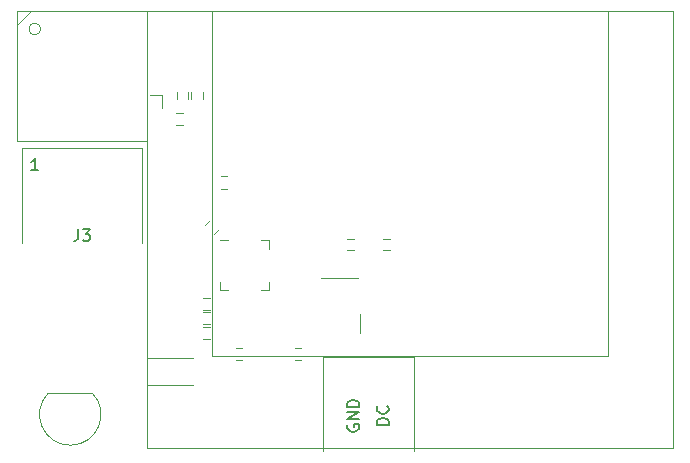
<source format=gbr>
%TF.GenerationSoftware,KiCad,Pcbnew,(6.0.2-0)*%
%TF.CreationDate,2022-02-22T08:35:35+00:00*%
%TF.ProjectId,EnvMon2,456e764d-6f6e-4322-9e6b-696361645f70,4*%
%TF.SameCoordinates,Original*%
%TF.FileFunction,Legend,Top*%
%TF.FilePolarity,Positive*%
%FSLAX46Y46*%
G04 Gerber Fmt 4.6, Leading zero omitted, Abs format (unit mm)*
G04 Created by KiCad (PCBNEW (6.0.2-0)) date 2022-02-22 08:35:35*
%MOMM*%
%LPD*%
G01*
G04 APERTURE LIST*
%ADD10C,0.150000*%
%ADD11C,0.120000*%
G04 APERTURE END LIST*
D10*
X146452380Y-111511904D02*
X145452380Y-111511904D01*
X145452380Y-111273809D01*
X145500000Y-111130952D01*
X145595238Y-111035714D01*
X145690476Y-110988095D01*
X145880952Y-110940476D01*
X146023809Y-110940476D01*
X146214285Y-110988095D01*
X146309523Y-111035714D01*
X146404761Y-111130952D01*
X146452380Y-111273809D01*
X146452380Y-111511904D01*
X146357142Y-109940476D02*
X146404761Y-109988095D01*
X146452380Y-110130952D01*
X146452380Y-110226190D01*
X146404761Y-110369047D01*
X146309523Y-110464285D01*
X146214285Y-110511904D01*
X146023809Y-110559523D01*
X145880952Y-110559523D01*
X145690476Y-110511904D01*
X145595238Y-110464285D01*
X145500000Y-110369047D01*
X145452380Y-110226190D01*
X145452380Y-110130952D01*
X145500000Y-109988095D01*
X145547619Y-109940476D01*
X143000000Y-111511904D02*
X142952380Y-111607142D01*
X142952380Y-111750000D01*
X143000000Y-111892857D01*
X143095238Y-111988095D01*
X143190476Y-112035714D01*
X143380952Y-112083333D01*
X143523809Y-112083333D01*
X143714285Y-112035714D01*
X143809523Y-111988095D01*
X143904761Y-111892857D01*
X143952380Y-111750000D01*
X143952380Y-111654761D01*
X143904761Y-111511904D01*
X143857142Y-111464285D01*
X143523809Y-111464285D01*
X143523809Y-111654761D01*
X143952380Y-111035714D02*
X142952380Y-111035714D01*
X143952380Y-110464285D01*
X142952380Y-110464285D01*
X143952380Y-109988095D02*
X142952380Y-109988095D01*
X142952380Y-109750000D01*
X143000000Y-109607142D01*
X143095238Y-109511904D01*
X143190476Y-109464285D01*
X143380952Y-109416666D01*
X143523809Y-109416666D01*
X143714285Y-109464285D01*
X143809523Y-109511904D01*
X143904761Y-109607142D01*
X143952380Y-109750000D01*
X143952380Y-109988095D01*
%TO.C,J3*%
X120166666Y-94952380D02*
X120166666Y-95666666D01*
X120119047Y-95809523D01*
X120023809Y-95904761D01*
X119880952Y-95952380D01*
X119785714Y-95952380D01*
X120547619Y-94952380D02*
X121166666Y-94952380D01*
X120833333Y-95333333D01*
X120976190Y-95333333D01*
X121071428Y-95380952D01*
X121119047Y-95428571D01*
X121166666Y-95523809D01*
X121166666Y-95761904D01*
X121119047Y-95857142D01*
X121071428Y-95904761D01*
X120976190Y-95952380D01*
X120690476Y-95952380D01*
X120595238Y-95904761D01*
X120547619Y-95857142D01*
X116785714Y-89952380D02*
X116214285Y-89952380D01*
X116500000Y-89952380D02*
X116500000Y-88952380D01*
X116404761Y-89095238D01*
X116309523Y-89190476D01*
X116214285Y-89238095D01*
D11*
%TO.C,U3*%
X135635000Y-95890000D02*
X136360000Y-95890000D01*
X136360000Y-100110000D02*
X136360000Y-99385000D01*
X132865000Y-100110000D02*
X132140000Y-100110000D01*
X136360000Y-95890000D02*
X136360000Y-96615000D01*
X132140000Y-100110000D02*
X132140000Y-99385000D01*
X132865000Y-95890000D02*
X132140000Y-95890000D01*
X135635000Y-100110000D02*
X136360000Y-100110000D01*
%TO.C,U2*%
X115000000Y-77700000D02*
X116200000Y-76500000D01*
X115000000Y-76500000D02*
X126000000Y-76500000D01*
X126000000Y-76500000D02*
X126000000Y-87500000D01*
X126000000Y-87500000D02*
X115000000Y-87500000D01*
X115000000Y-87500000D02*
X115000000Y-76500000D01*
X117000000Y-78000000D02*
G75*
G03*
X117000000Y-78000000I-500000J0D01*
G01*
%TO.C,M1*%
X165000000Y-76500000D02*
X165000000Y-105710000D01*
X170500000Y-113500000D02*
X170500000Y-76500000D01*
X165000000Y-105710000D02*
X131500000Y-105710000D01*
X126000000Y-76500000D02*
X126000000Y-113500000D01*
X126000000Y-113500000D02*
X170500000Y-113500000D01*
X131500000Y-105710000D02*
X131500000Y-76500000D01*
X170500000Y-76500000D02*
X126000000Y-76500000D01*
%TO.C,R6*%
X128500000Y-83300000D02*
X128500000Y-83900000D01*
X129500000Y-83300000D02*
X129500000Y-83900000D01*
%TO.C,R4*%
X138495276Y-104977500D02*
X139004724Y-104977500D01*
X138495276Y-106022500D02*
X139004724Y-106022500D01*
%TO.C,R1*%
X146550000Y-95750000D02*
X145950000Y-95750000D01*
X146550000Y-96750000D02*
X145950000Y-96750000D01*
%TO.C,D3*%
X127250000Y-83600000D02*
X126250000Y-83600000D01*
X127250000Y-84700000D02*
X127250000Y-83600000D01*
%TO.C,R11*%
X131641421Y-95315685D02*
X132065685Y-94891421D01*
X130934315Y-94608579D02*
X131358579Y-94184315D01*
%TO.C,R2*%
X143550000Y-96750000D02*
X142950000Y-96750000D01*
X143550000Y-95750000D02*
X142950000Y-95750000D01*
%TO.C,U1*%
X144025000Y-102125000D02*
X144025000Y-103725000D01*
X140750000Y-99075000D02*
X143850000Y-99075000D01*
%TO.C,D2*%
X125965000Y-105865000D02*
X125965000Y-108135000D01*
X129850000Y-105865000D02*
X125965000Y-105865000D01*
X125965000Y-108135000D02*
X129850000Y-108135000D01*
%TO.C,R5*%
X130750000Y-83300000D02*
X130750000Y-83900000D01*
X129750000Y-83300000D02*
X129750000Y-83900000D01*
%TO.C,C4*%
X131300000Y-104250000D02*
X130700000Y-104250000D01*
X131300000Y-103250000D02*
X130700000Y-103250000D01*
%TO.C,R8*%
X130700000Y-103000000D02*
X131300000Y-103000000D01*
X130700000Y-102000000D02*
X131300000Y-102000000D01*
%TO.C,U4*%
X121300000Y-108790000D02*
X117700000Y-108790000D01*
X119500000Y-113240001D02*
G75*
G03*
X121338478Y-108801522I0J2600001D01*
G01*
X117661522Y-108801522D02*
G75*
G03*
X119500000Y-113240000I1838478J-1838478D01*
G01*
%TO.C,J2*%
X140900000Y-105750000D02*
X148600000Y-105750000D01*
X148600000Y-105750000D02*
X148600000Y-113750000D01*
X140900000Y-105750000D02*
X140900000Y-113750000D01*
%TO.C,J3*%
X125600000Y-88100000D02*
X125600000Y-96100000D01*
X115400000Y-88100000D02*
X125600000Y-88100000D01*
X115400000Y-88100000D02*
X115400000Y-96100000D01*
%TO.C,R10*%
X132245276Y-91522500D02*
X132754724Y-91522500D01*
X132245276Y-90477500D02*
X132754724Y-90477500D01*
%TO.C,R7*%
X128450000Y-86100000D02*
X129050000Y-86100000D01*
X128450000Y-85100000D02*
X129050000Y-85100000D01*
%TO.C,R9*%
X131300000Y-101750000D02*
X130700000Y-101750000D01*
X131300000Y-100750000D02*
X130700000Y-100750000D01*
%TO.C,R3*%
X134004724Y-106022500D02*
X133495276Y-106022500D01*
X134004724Y-104977500D02*
X133495276Y-104977500D01*
%TD*%
M02*

</source>
